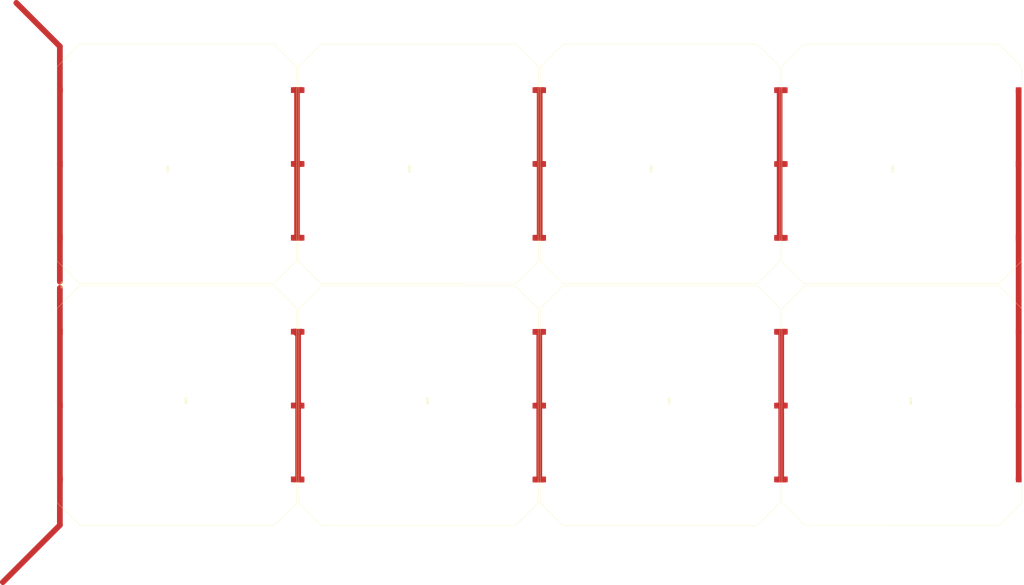
<source format=kicad_pcb>
(kicad_pcb (version 20211014) (generator pcbnew)
  (layers (0 "F.Cu" signal) (31 "B.Cu" signal) (34 "B.Paste" user) (35 "F.Paste" user) (36 "B.SilkS" user "B.Silkscreen") (37 "F.SilkS" user "F.Silkscreen") (38 "B.Mask" user) (39 "F.Mask" user) (44 "Edge.Cuts" user))
  (net 0 "")
  (net 1 "Net-(D201-Pad1)")
  (net 2 "Net-(D201-Pad2)")
  (net 3 "Net-(S201-Pad2)")
  (net 4 "Net-(S202-Pad2)")
  (net 5 "Net-(S203-Pad2)")
  (net 6 "Net-(S204-Pad2)")
  (net 7 "Net-(S205-Pad1)")
  (net 8 "Net-(S206-Pad1)")
  (net 9 "Net-(S207-Pad1)")
  (footprint "Diode_SMD:D_0201_0603Metric" (layer "F.Cu") (at 188.44 271.885 -90)
    (fp_text reference "D201" (at 0 -1.05 90) (layer "F.SilkS"))
    (fp_text value "D")
    (fp_circle (center -0.86 0) (end -0.81 0) (layer "F.SilkS") (width 0.1) (fill none))
    (pad "1" smd roundrect (at -0.32 0 270) (size 0.46 0.4) (layers "F.Cu" "F.Mask") (net 1 "Net-(D201-Pad1)"))
    (pad "2" smd roundrect (at 0.32 0 270) (size 0.46 0.4) (layers "F.Cu" "F.Mask") (net 2 "Net-(D201-Pad2)"))
  )
  (footprint "Solar:maxeon_gen_iii_cell" (layer "F.Cu") (at 311.95 272.39 90)
    (fp_text reference "S202" (at 60.95 58.83 90 unlocked) (layer "F.SilkS"))
    (fp_text value "maxeon_gen_iii_cell")
    (fp_line (start 6.94573 120.06573) (end 1.01427 114.13427) (layer "F.SilkS") (width 0.12))
    (fp_line (start 120.07573 120.06427) (end 114.14427 125.99573) (layer "F.SilkS") (width 0.12))
    (fp_line (start 126.00719 114.13281) (end 126.00573 12.86573) (layer "F.SilkS") (width 0.12))
    (fp_line (start 6.94427 6.93573) (end 12.87573 1.00427) (layer "F.SilkS") (width 0.12))
    (fp_line (start 12.87719 125.99719) (end 6.94573 120.06573) (layer "F.SilkS") (width 0.12))
    (fp_line (start 120.07427 6.93427) (end 126.00573 12.86573) (layer "F.SilkS") (width 0.12))
    (fp_line (start 126.00719 114.13281) (end 120.07573 120.06427) (layer "F.SilkS") (width 0.12))
    (fp_line (start 114.14281 1.00281) (end 120.07427 6.93427) (layer "F.SilkS") (width 0.12))
    (fp_line (start 1.01281 12.86719) (end 6.94427 6.93573) (layer "F.SilkS") (width 0.12))
    (fp_line (start 114.14427 125.99573) (end 12.87719 125.99719) (layer "F.SilkS") (width 0.12))
    (fp_line (start 12.87573 1.00427) (end 114.14281 1.00281) (layer "F.SilkS") (width 0.12))
    (fp_line (start 1.01281 12.86719) (end 1.01427 114.13427) (layer "F.SilkS") (width 0.12))
    (pad "1" smd rect (at 25 2.5 180) (size 3 3) (layers "F.Cu" "F.Paste" "F.Mask") (net 3 "Net-(S201-Pad2)"))
    (pad "1" smd rect (at 102 2.5 180) (size 3 3) (layers "F.Cu" "F.Paste" "F.Mask") (net 3 "Net-(S201-Pad2)"))
    (pad "1" smd rect (at 63.5 2.5 180) (size 3 3) (layers "F.Cu" "F.Paste" "F.Mask") (net 3 "Net-(S201-Pad2)"))
    (pad "2" smd rect (at 25 124.5 180) (size 3 3) (layers "F.Cu" "F.Paste" "F.Mask") (net 4 "Net-(S202-Pad2)"))
    (pad "2" smd rect (at 63.5 124.5 180) (size 3 3) (layers "F.Cu" "F.Paste" "F.Mask") (net 4 "Net-(S202-Pad2)"))
    (pad "2" smd rect (at 102 124.5 180) (size 3 3) (layers "F.Cu" "F.Paste" "F.Mask") (net 4 "Net-(S202-Pad2)"))
  )
  (footprint "Solar:maxeon_gen_iii_cell" (layer "F.Cu") (at 563.93 272.43 90)
    (fp_text reference "S204" (at 60.95 58.83 90 unlocked) (layer "F.SilkS"))
    (fp_text value "maxeon_gen_iii_cell")
    (fp_line (start 120.07573 120.06427) (end 114.14427 125.99573) (layer "F.SilkS") (width 0.12))
    (fp_line (start 1.01281 12.86719) (end 1.01427 114.13427) (layer "F.SilkS") (width 0.12))
    (fp_line (start 120.07427 6.93427) (end 126.00573 12.86573) (layer "F.SilkS") (width 0.12))
    (fp_line (start 1.01281 12.86719) (end 6.94427 6.93573) (layer "F.SilkS") (width 0.12))
    (fp_line (start 12.87573 1.00427) (end 114.14281 1.00281) (layer "F.SilkS") (width 0.12))
    (fp_line (start 114.14281 1.00281) (end 120.07427 6.93427) (layer "F.SilkS") (width 0.12))
    (fp_line (start 12.87719 125.99719) (end 6.94573 120.06573) (layer "F.SilkS") (width 0.12))
    (fp_line (start 126.00719 114.13281) (end 126.00573 12.86573) (layer "F.SilkS") (width 0.12))
    (fp_line (start 6.94427 6.93573) (end 12.87573 1.00427) (layer "F.SilkS") (width 0.12))
    (fp_line (start 6.94573 120.06573) (end 1.01427 114.13427) (layer "F.SilkS") (width 0.12))
    (fp_line (start 126.00719 114.13281) (end 120.07573 120.06427) (layer "F.SilkS") (width 0.12))
    (fp_line (start 114.14427 125.99573) (end 12.87719 125.99719) (layer "F.SilkS") (width 0.12))
    (pad "1" smd rect (at 63.5 2.5 180) (size 3 3) (layers "F.Cu" "F.Paste" "F.Mask") (net 5 "Net-(S203-Pad2)"))
    (pad "1" smd rect (at 102 2.5 180) (size 3 3) (layers "F.Cu" "F.Paste" "F.Mask") (net 5 "Net-(S203-Pad2)"))
    (pad "1" smd rect (at 25 2.5 180) (size 3 3) (layers "F.Cu" "F.Paste" "F.Mask") (net 5 "Net-(S203-Pad2)"))
    (pad "2" smd rect (at 25 124.5 180) (size 3 3) (layers "F.Cu" "F.Paste" "F.Mask") (net 6 "Net-(S204-Pad2)"))
    (pad "2" smd rect (at 102 124.5 180) (size 3 3) (layers "F.Cu" "F.Paste" "F.Mask") (net 6 "Net-(S204-Pad2)"))
    (pad "2" smd rect (at 63.5 124.5 180) (size 3 3) (layers "F.Cu" "F.Paste" "F.Mask") (net 6 "Net-(S204-Pad2)"))
  )
  (footprint "Solar:maxeon_gen_iii_cell" (layer "F.Cu") (at 564.93 271.43 -90)
    (fp_text reference "S207" (at 60.95 58.83 -90 unlocked) (layer "F.SilkS"))
    (fp_text value "maxeon_gen_iii_cell")
    (fp_line (start 120.07573 120.06427) (end 114.14427 125.99573) (layer "F.SilkS") (width 0.12))
    (fp_line (start 114.14427 125.99573) (end 12.87719 125.99719) (layer "F.SilkS") (width 0.12))
    (fp_line (start 114.14281 1.00281) (end 120.07427 6.93427) (layer "F.SilkS") (width 0.12))
    (fp_line (start 120.07427 6.93427) (end 126.00573 12.86573) (layer "F.SilkS") (width 0.12))
    (fp_line (start 12.87573 1.00427) (end 114.14281 1.00281) (layer "F.SilkS") (width 0.12))
    (fp_line (start 6.94427 6.93573) (end 12.87573 1.00427) (layer "F.SilkS") (width 0.12))
    (fp_line (start 126.00719 114.13281) (end 120.07573 120.06427) (layer "F.SilkS") (width 0.12))
    (fp_line (start 1.01281 12.86719) (end 6.94427 6.93573) (layer "F.SilkS") (width 0.12))
    (fp_line (start 12.87719 125.99719) (end 6.94573 120.06573) (layer "F.SilkS") (width 0.12))
    (fp_line (start 6.94573 120.06573) (end 1.01427 114.13427) (layer "F.SilkS") (width 0.12))
    (fp_line (start 1.01281 12.86719) (end 1.01427 114.13427) (layer "F.SilkS") (width 0.12))
    (fp_line (start 126.00719 114.13281) (end 126.00573 12.86573) (layer "F.SilkS") (width 0.12))
    (pad "1" smd rect (at 25 2.5) (size 3 3) (layers "F.Cu" "F.Paste" "F.Mask") (net 9 "Net-(S207-Pad1)"))
    (pad "1" smd rect (at 102 2.5) (size 3 3) (layers "F.Cu" "F.Paste" "F.Mask") (net 9 "Net-(S207-Pad1)"))
    (pad "1" smd rect (at 63.5 2.5) (size 3 3) (layers "F.Cu" "F.Paste" "F.Mask") (net 9 "Net-(S207-Pad1)"))
    (pad "2" smd rect (at 25 124.5) (size 3 3) (layers "F.Cu" "F.Paste" "F.Mask") (net 8 "Net-(S206-Pad1)"))
    (pad "2" smd rect (at 102 124.5) (size 3 3) (layers "F.Cu" "F.Paste" "F.Mask") (net 8 "Net-(S206-Pad1)"))
    (pad "2" smd rect (at 63.5 124.5) (size 3 3) (layers "F.Cu" "F.Paste" "F.Mask") (net 8 "Net-(S206-Pad1)"))
  )
  (footprint "Solar:maxeon_gen_iii_cell" (layer "F.Cu") (at 437.95 272.43 90)
    (fp_text reference "S203" (at 60.95 58.83 90 unlocked) (layer "F.SilkS"))
    (fp_text value "maxeon_gen_iii_cell")
    (fp_line (start 120.07427 6.93427) (end 126.00573 12.86573) (layer "F.SilkS") (width 0.12))
    (fp_line (start 6.94427 6.93573) (end 12.87573 1.00427) (layer "F.SilkS") (width 0.12))
    (fp_line (start 126.00719 114.13281) (end 126.00573 12.86573) (layer "F.SilkS") (width 0.12))
    (fp_line (start 1.01281 12.86719) (end 1.01427 114.13427) (layer "F.SilkS") (width 0.12))
    (fp_line (start 126.00719 114.13281) (end 120.07573 120.06427) (layer "F.SilkS") (width 0.12))
    (fp_line (start 1.01281 12.86719) (end 6.94427 6.93573) (layer "F.SilkS") (width 0.12))
    (fp_line (start 114.14427 125.99573) (end 12.87719 125.99719) (layer "F.SilkS") (width 0.12))
    (fp_line (start 12.87573 1.00427) (end 114.14281 1.00281) (layer "F.SilkS") (width 0.12))
    (fp_line (start 120.07573 120.06427) (end 114.14427 125.99573) (layer "F.SilkS") (width 0.12))
    (fp_line (start 12.87719 125.99719) (end 6.94573 120.06573) (layer "F.SilkS") (width 0.12))
    (fp_line (start 6.94573 120.06573) (end 1.01427 114.13427) (layer "F.SilkS") (width 0.12))
    (fp_line (start 114.14281 1.00281) (end 120.07427 6.93427) (layer "F.SilkS") (width 0.12))
    (pad "1" smd rect (at 102 2.5 180) (size 3 3) (layers "F.Cu" "F.Paste" "F.Mask") (net 4 "Net-(S202-Pad2)"))
    (pad "1" smd rect (at 25 2.5 180) (size 3 3) (layers "F.Cu" "F.Paste" "F.Mask") (net 4 "Net-(S202-Pad2)"))
    (pad "1" smd rect (at 63.5 2.5 180) (size 3 3) (layers "F.Cu" "F.Paste" "F.Mask") (net 4 "Net-(S202-Pad2)"))
    (pad "2" smd rect (at 102 124.5 180) (size 3 3) (layers "F.Cu" "F.Paste" "F.Mask") (net 5 "Net-(S203-Pad2)"))
    (pad "2" smd rect (at 63.5 124.5 180) (size 3 3) (layers "F.Cu" "F.Paste" "F.Mask") (net 5 "Net-(S203-Pad2)"))
    (pad "2" smd rect (at 25 124.5 180) (size 3 3) (layers "F.Cu" "F.Paste" "F.Mask") (net 5 "Net-(S203-Pad2)"))
  )
  (footprint "Solar:maxeon_gen_iii_cell" (layer "F.Cu") (at 312.94 271.37 -90)
    (fp_text reference "S205" (at 60.95 58.83 -90 unlocked) (layer "F.SilkS"))
    (fp_text value "maxeon_gen_iii_cell")
    (fp_line (start 12.87573 1.00427) (end 114.14281 1.00281) (layer "F.SilkS") (width 0.12))
    (fp_line (start 1.01281 12.86719) (end 1.01427 114.13427) (layer "F.SilkS") (width 0.12))
    (fp_line (start 114.14281 1.00281) (end 120.07427 6.93427) (layer "F.SilkS") (width 0.12))
    (fp_line (start 120.07573 120.06427) (end 114.14427 125.99573) (layer "F.SilkS") (width 0.12))
    (fp_line (start 6.94573 120.06573) (end 1.01427 114.13427) (layer "F.SilkS") (width 0.12))
    (fp_line (start 6.94427 6.93573) (end 12.87573 1.00427) (layer "F.SilkS") (width 0.12))
    (fp_line (start 120.07427 6.93427) (end 126.00573 12.86573) (layer "F.SilkS") (width 0.12))
    (fp_line (start 114.14427 125.99573) (end 12.87719 125.99719) (layer "F.SilkS") (width 0.12))
    (fp_line (start 12.87719 125.99719) (end 6.94573 120.06573) (layer "F.SilkS") (width 0.12))
    (fp_line (start 1.01281 12.86719) (end 6.94427 6.93573) (layer "F.SilkS") (width 0.12))
    (fp_line (start 126.00719 114.13281) (end 126.00573 12.86573) (layer "F.SilkS") (width 0.12))
    (fp_line (start 126.00719 114.13281) (end 120.07573 120.06427) (layer "F.SilkS") (width 0.12))
    (pad "1" smd rect (at 25 2.5) (size 3 3) (layers "F.Cu" "F.Paste" "F.Mask") (net 7 "Net-(S205-Pad1)"))
    (pad "1" smd rect (at 102 2.5) (size 3 3) (layers "F.Cu" "F.Paste" "F.Mask") (net 7 "Net-(S205-Pad1)"))
    (pad "1" smd rect (at 63.5 2.5) (size 3 3) (layers "F.Cu" "F.Paste" "F.Mask") (net 7 "Net-(S205-Pad1)"))
    (pad "2" smd rect (at 102 124.5) (size 3 3) (layers "F.Cu" "F.Paste" "F.Mask") (net 2 "Net-(D201-Pad2)"))
    (pad "2" smd rect (at 63.5 124.5) (size 3 3) (layers "F.Cu" "F.Paste" "F.Mask") (net 2 "Net-(D201-Pad2)"))
    (pad "2" smd rect (at 25 124.5) (size 3 3) (layers "F.Cu" "F.Paste" "F.Mask") (net 2 "Net-(D201-Pad2)"))
  )
  (footprint "Solar:maxeon_gen_iii_cell" (layer "F.Cu") (at 185.935 272.375 90)
    (fp_text reference "S201" (at 60.95 58.83 90 unlocked) (layer "F.SilkS"))
    (fp_text value "maxeon_gen_iii_cell")
    (fp_line (start 126.00719 114.13281) (end 126.00573 12.86573) (layer "F.SilkS") (width 0.12))
    (fp_line (start 126.00719 114.13281) (end 120.07573 120.06427) (layer "F.SilkS") (width 0.12))
    (fp_line (start 120.07427 6.93427) (end 126.00573 12.86573) (layer "F.SilkS") (width 0.12))
    (fp_line (start 12.87573 1.00427) (end 114.14281 1.00281) (layer "F.SilkS") (width 0.12))
    (fp_line (start 6.94573 120.06573) (end 1.01427 114.13427) (layer "F.SilkS") (width 0.12))
    (fp_line (start 120.07573 120.06427) (end 114.14427 125.99573) (layer "F.SilkS") (width 0.12))
    (fp_line (start 114.14281 1.00281) (end 120.07427 6.93427) (layer "F.SilkS") (width 0.12))
    (fp_line (start 1.01281 12.86719) (end 1.01427 114.13427) (layer "F.SilkS") (width 0.12))
    (fp_line (start 114.14427 125.99573) (end 12.87719 125.99719) (layer "F.SilkS") (width 0.12))
    (fp_line (start 1.01281 12.86719) (end 6.94427 6.93573) (layer "F.SilkS") (width 0.12))
    (fp_line (start 12.87719 125.99719) (end 6.94573 120.06573) (layer "F.SilkS") (width 0.12))
    (fp_line (start 6.94427 6.93573) (end 12.87573 1.00427) (layer "F.SilkS") (width 0.12))
    (pad "1" smd rect (at 63.5 2.5 180) (size 3 3) (layers "F.Cu" "F.Paste" "F.Mask") (net 1 "Net-(D201-Pad1)"))
    (pad "1" smd rect (at 25 2.5 180) (size 3 3) (layers "F.Cu" "F.Paste" "F.Mask") (net 1 "Net-(D201-Pad1)"))
    (pad "1" smd rect (at 102 2.5 180) (size 3 3) (layers "F.Cu" "F.Paste" "F.Mask") (net 1 "Net-(D201-Pad1)"))
    (pad "2" smd rect (at 102 124.5 180) (size 3 3) (layers "F.Cu" "F.Paste" "F.Mask") (net 3 "Net-(S201-Pad2)"))
    (pad "2" smd rect (at 63.5 124.5 180) (size 3 3) (layers "F.Cu" "F.Paste" "F.Mask") (net 3 "Net-(S201-Pad2)"))
    (pad "2" smd rect (at 25 124.5 180) (size 3 3) (layers "F.Cu" "F.Paste" "F.Mask") (net 3 "Net-(S201-Pad2)"))
  )
  (footprint "Solar:maxeon_gen_iii_cell" (layer "F.Cu") (at 690.97 271.39 -90)
    (fp_text reference "S208" (at 60.95 58.83 -90 unlocked) (layer "F.SilkS"))
    (fp_text value "maxeon_gen_iii_cell")
    (fp_line (start 6.94573 120.06573) (end 1.01427 114.13427) (layer "F.SilkS") (width 0.12))
    (fp_line (start 6.94427 6.93573) (end 12.87573 1.00427) (layer "F.SilkS") (width 0.12))
    (fp_line (start 120.07427 6.93427) (end 126.00573 12.86573) (layer "F.SilkS") (width 0.12))
    (fp_line (start 126.00719 114.13281) (end 126.00573 12.86573) (layer "F.SilkS") (width 0.12))
    (fp_line (start 120.07573 120.06427) (end 114.14427 125.99573) (layer "F.SilkS") (width 0.12))
    (fp_line (start 126.00719 114.13281) (end 120.07573 120.06427) (layer "F.SilkS") (width 0.12))
    (fp_line (start 12.87719 125.99719) (end 6.94573 120.06573) (layer "F.SilkS") (width 0.12))
    (fp_line (start 114.14427 125.99573) (end 12.87719 125.99719) (layer "F.SilkS") (width 0.12))
    (fp_line (start 114.14281 1.00281) (end 120.07427 6.93427) (layer "F.SilkS") (width 0.12))
    (fp_line (start 1.01281 12.86719) (end 1.01427 114.13427) (layer "F.SilkS") (width 0.12))
    (fp_line (start 1.01281 12.86719) (end 6.94427 6.93573) (layer "F.SilkS") (width 0.12))
    (fp_line (start 12.87573 1.00427) (end 114.14281 1.00281) (layer "F.SilkS") (width 0.12))
    (pad "1" smd rect (at 63.5 2.5) (size 3 3) (layers "F.Cu" "F.Paste" "F.Mask") (net 6 "Net-(S204-Pad2)"))
    (pad "1" smd rect (at 25 2.5) (size 3 3) (layers "F.Cu" "F.Paste" "F.Mask") (net 6 "Net-(S204-Pad2)"))
    (pad "1" smd rect (at 102 2.5) (size 3 3) (layers "F.Cu" "F.Paste" "F.Mask") (net 6 "Net-(S204-Pad2)"))
    (pad "2" smd rect (at 63.5 124.5) (size 3 3) (layers "F.Cu" "F.Paste" "F.Mask") (net 9 "Net-(S207-Pad1)"))
    (pad "2" smd rect (at 25 124.5) (size 3 3) (layers "F.Cu" "F.Paste" "F.Mask") (net 9 "Net-(S207-Pad1)"))
    (pad "2" smd rect (at 102 124.5) (size 3 3) (layers "F.Cu" "F.Paste" "F.Mask") (net 9 "Net-(S207-Pad1)"))
  )
  (footprint "Solar:maxeon_gen_iii_cell" (layer "F.Cu") (at 438.94 271.45 -90)
    (fp_text reference "S206" (at 60.95 58.83 -90 unlocked) (layer "F.SilkS"))
    (fp_text value "maxeon_gen_iii_cell")
    (fp_line (start 126.00719 114.13281) (end 120.07573 120.06427) (layer "F.SilkS") (width 0.12))
    (fp_line (start 1.01281 12.86719) (end 6.94427 6.93573) (layer "F.SilkS") (width 0.12))
    (fp_line (start 12.87719 125.99719) (end 6.94573 120.06573) (layer "F.SilkS") (width 0.12))
    (fp_line (start 6.94573 120.06573) (end 1.01427 114.13427) (layer "F.SilkS") (width 0.12))
    (fp_line (start 1.01281 12.86719) (end 1.01427 114.13427) (layer "F.SilkS") (width 0.12))
    (fp_line (start 114.14281 1.00281) (end 120.07427 6.93427) (layer "F.SilkS") (width 0.12))
    (fp_line (start 126.00719 114.13281) (end 126.00573 12.86573) (layer "F.SilkS") (width 0.12))
    (fp_line (start 6.94427 6.93573) (end 12.87573 1.00427) (layer "F.SilkS") (width 0.12))
    (fp_line (start 120.07573 120.06427) (end 114.14427 125.99573) (layer "F.SilkS") (width 0.12))
    (fp_line (start 12.87573 1.00427) (end 114.14281 1.00281) (layer "F.SilkS") (width 0.12))
    (fp_line (start 114.14427 125.99573) (end 12.87719 125.99719) (layer "F.SilkS") (width 0.12))
    (fp_line (start 120.07427 6.93427) (end 126.00573 12.86573) (layer "F.SilkS") (width 0.12))
    (pad "1" smd rect (at 25 2.5) (size 3 3) (layers "F.Cu" "F.Paste" "F.Mask") (net 8 "Net-(S206-Pad1)"))
    (pad "1" smd rect (at 102 2.5) (size 3 3) (layers "F.Cu" "F.Paste" "F.Mask") (net 8 "Net-(S206-Pad1)"))
    (pad "1" smd rect (at 63.5 2.5) (size 3 3) (layers "F.Cu" "F.Paste" "F.Mask") (net 8 "Net-(S206-Pad1)"))
    (pad "2" smd rect (at 25 124.5) (size 3 3) (layers "F.Cu" "F.Paste" "F.Mask") (net 7 "Net-(S205-Pad1)"))
    (pad "2" smd rect (at 63.5 124.5) (size 3 3) (layers "F.Cu" "F.Paste" "F.Mask") (net 7 "Net-(S205-Pad1)"))
    (pad "2" smd rect (at 102 124.5) (size 3 3) (layers "F.Cu" "F.Paste" "F.Mask") (net 7 "Net-(S205-Pad1)"))
  )
  (segment (start 188.435 170.375) (end 188.435 147.595) (width 3) (layer "F.Cu") (net 1))
  (segment (start 188.435 147.595) (end 165.74 124.9) (width 3) (layer "F.Cu") (net 1))
  (segment (start 188.435 170.375) (end 188.435 270.27) (width 3) (layer "F.Cu") (net 1))
  (segment (start 188.44 397.24) (end 158.72 426.96) (width 3) (layer "F.Cu") (net 2))
  (segment (start 188.44 373.37) (end 188.44 273.525) (width 3) (layer "F.Cu") (net 2))
  (segment (start 188.44 373.37) (end 188.44 397.24) (width 3) (layer "F.Cu") (net 2))
  (segment (start 310.45 247.39) (end 310.435 247.375) (width 3) (layer "F.Cu") (net 3))
  (segment (start 312.12 170.45) (end 312.195 170.375) (width 3) (layer "F.Cu") (net 3))
  (segment (start 312.12 247.39) (end 310.45 247.39) (width 3) (layer "F.Cu") (net 3))
  (segment (start 314.45 208.89) (end 310.45 208.89) (width 3) (layer "F.Cu") (net 3))
  (segment (start 314.45 247.39) (end 312.12 247.39) (width 3) (layer "F.Cu") (net 3))
  (segment (start 312.195 170.375) (end 314.435 170.375) (width 3) (layer "F.Cu") (net 3))
  (segment (start 312.12 247.39) (end 312.12 170.45) (width 3) (layer "F.Cu") (net 3))
  (segment (start 314.435 170.375) (end 314.45 170.39) (width 3) (layer "F.Cu") (net 3))
  (segment (start 310.45 208.89) (end 310.435 208.875) (width 3) (layer "F.Cu") (net 3))
  (segment (start 310.435 170.375) (end 312.195 170.375) (width 3) (layer "F.Cu") (net 3))
  (segment (start 436.45 208.89) (end 440.41 208.89) (width 3) (layer "F.Cu") (net 4))
  (segment (start 440.41 170.39) (end 440.45 170.43) (width 3) (layer "F.Cu") (net 4))
  (segment (start 436.45 247.39) (end 438.66 247.39) (width 3) (layer "F.Cu") (net 4))
  (segment (start 438.66 247.39) (end 440.41 247.39) (width 3) (layer "F.Cu") (net 4))
  (segment (start 438.66 171.1) (end 437.95 170.39) (width 3) (layer "F.Cu") (net 4))
  (segment (start 436.45 170.39) (end 437.95 170.39) (width 3) (layer "F.Cu") (net 4))
  (segment (start 440.41 208.89) (end 440.45 208.93) (width 3) (layer "F.Cu") (net 4))
  (segment (start 440.41 247.39) (end 440.45 247.43) (width 3) (layer "F.Cu") (net 4))
  (segment (start 438.66 247.39) (end 438.66 171.1) (width 3) (layer "F.Cu") (net 4))
  (segment (start 437.95 170.39) (end 440.41 170.39) (width 3) (layer "F.Cu") (net 4))
  (segment (start 562.45 208.93) (end 566.43 208.93) (width 3) (layer "F.Cu") (net 5))
  (segment (start 566.43 247.43) (end 564.86 247.43) (width 3) (layer "F.Cu") (net 5))
  (segment (start 562.45 170.43) (end 563.8 170.43) (width 3) (layer "F.Cu") (net 5))
  (segment (start 564.86 247.43) (end 563.8 246.37) (width 3) (layer "F.Cu") (net 5))
  (segment (start 564.86 247.43) (end 562.45 247.43) (width 3) (layer "F.Cu") (net 5))
  (segment (start 563.8 170.43) (end 566.43 170.43) (width 3) (layer "F.Cu") (net 5))
  (segment (start 563.8 246.37) (end 563.8 170.43) (width 3) (layer "F.Cu") (net 5))
  (segment (start 688.43 170.43) (end 688.43 373.35) (width 3) (layer "F.Cu") (net 6))
  (segment (start 688.43 373.35) (end 688.47 373.39) (width 3) (layer "F.Cu") (net 6))
  (segment (start 310.44 296.37) (end 311.03 296.37) (width 3) (layer "F.Cu") (net 7))
  (segment (start 310.44 334.87) (end 314.36 334.87) (width 3) (layer "F.Cu") (net 7))
  (segment (start 314.36 296.37) (end 314.44 296.45) (width 3) (layer "F.Cu") (net 7))
  (segment (start 312.68 298.02) (end 311.03 296.37) (width 3) (layer "F.Cu") (net 7))
  (segment (start 314.36 373.37) (end 314.44 373.45) (width 3) (layer "F.Cu") (net 7))
  (segment (start 312.68 373.37) (end 312.68 298.02) (width 3) (layer "F.Cu") (net 7))
  (segment (start 314.36 334.87) (end 314.44 334.95) (width 3) (layer "F.Cu") (net 7))
  (segment (start 312.68 373.37) (end 314.36 373.37) (width 3) (layer "F.Cu") (net 7))
  (segment (start 311.03 296.37) (end 314.36 296.37) (width 3) (layer "F.Cu") (net 7))
  (segment (start 310.44 373.37) (end 312.68 373.37) (width 3) (layer "F.Cu") (net 7))
  (segment (start 436.44 296.45) (end 438.08 296.45) (width 3) (layer "F.Cu") (net 8))
  (segment (start 440.41 296.45) (end 440.43 296.43) (width 3) (layer "F.Cu") (net 8))
  (segment (start 436.44 373.45) (end 438.44 373.45) (width 3) (layer "F.Cu") (net 8))
  (segment (start 440.41 334.95) (end 440.43 334.93) (width 3) (layer "F.Cu") (net 8))
  (segment (start 436.44 334.95) (end 440.41 334.95) (width 3) (layer "F.Cu") (net 8))
  (segment (start 438.08 296.45) (end 440.41 296.45) (width 3) (layer "F.Cu") (net 8))
  (segment (start 438.44 373.45) (end 438.44 296.81) (width 3) (layer "F.Cu") (net 8))
  (segment (start 440.41 373.45) (end 440.43 373.43) (width 3) (layer "F.Cu") (net 8))
  (segment (start 438.44 296.81) (end 438.08 296.45) (width 3) (layer "F.Cu") (net 8))
  (segment (start 438.44 373.45) (end 440.41 373.45) (width 3) (layer "F.Cu") (net 8))
  (segment (start 562.43 334.93) (end 566.43 334.93) (width 3) (layer "F.Cu") (net 9))
  (segment (start 562.43 373.43) (end 564.6 373.43) (width 3) (layer "F.Cu") (net 9))
  (segment (start 564.6 297.22) (end 563.81 296.43) (width 3) (layer "F.Cu") (net 9))
  (segment (start 564.6 373.43) (end 566.43 373.43) (width 3) (layer "F.Cu") (net 9))
  (segment (start 566.43 334.93) (end 566.47 334.89) (width 3) (layer "F.Cu") (net 9))
  (segment (start 566.43 373.43) (end 566.47 373.39) (width 3) (layer "F.Cu") (net 9))
  (segment (start 563.81 296.43) (end 566.43 296.43) (width 3) (layer "F.Cu") (net 9))
  (segment (start 564.6 373.43) (end 564.6 297.22) (width 3) (layer "F.Cu") (net 9))
  (segment (start 566.43 296.43) (end 566.47 296.39) (width 3) (layer "F.Cu") (net 9))
  (segment (start 562.43 296.43) (end 563.81 296.43) (width 3) (layer "F.Cu") (net 9))
)
</source>
